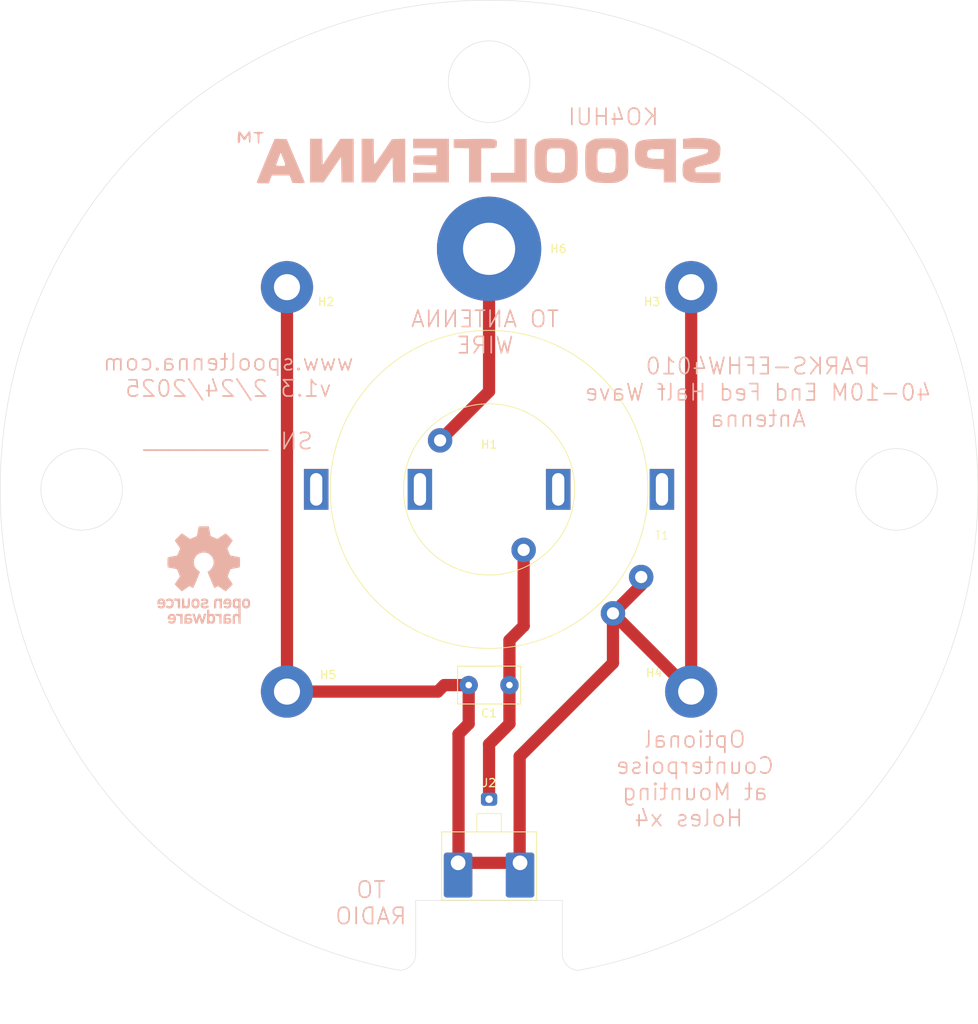
<source format=kicad_pcb>
(kicad_pcb (version 20240108) (generator "pcbnew") (generator_version "8.0")
  (layers (0 "F.Cu" signal) (31 "B.Cu" signal) (34 "B.Paste" user) (35 "F.Paste" user) (36 "B.SilkS" user "B.Silkscreen") (37 "F.SilkS" user "F.Silkscreen") (38 "B.Mask" user) (39 "F.Mask" user) (44 "Edge.Cuts" user))
  (net 0 "")
  (net 1 "GND")
  (net 2 "Net-(T1-SB)")
  (net 3 "Net-(J2-In)")
  (footprint "footprints:TOROID_140_AUTO_OPT" (layer "F.Cu") (at 100 100 45)
    (property "Reference" "T1" (at 11 19 0) (layer "F.SilkS") (effects (font (thickness 0.1))))
    (property "Value" "Transformer_1P_1S")
    (pad "" np_thru_hole rect (at -15 -15 90) (size 5 3) (drill oval 4 1.5) (layers "F&B.Cu"))
    (pad "" np_thru_hole rect (at -6 -6 90) (size 5 3) (drill oval 4 1.5) (layers "F&B.Cu"))
    (pad "" np_thru_hole rect (at 6 6 90) (size 5 3) (drill oval 4 1.5) (layers "F&B.Cu"))
    (pad "" np_thru_hole rect (at 15 15 90) (size 5 3) (drill oval 4 1.5) (layers "F&B.Cu"))
    (pad "1" thru_hole circle (at -2.25 8.25 45) (size 3 3) (drill 1.5) (layers "*.Cu" "*.Mask") (net 3 "Net-(J2-In)"))
    (pad "2" thru_hole circle (at 0 21.5 45) (size 3 3) (drill 1.5) (layers "*.Cu" "*.Mask") (net 1 "GND"))
    (pad "3" thru_hole circle (at 5.6 20.8 45) (size 3 3) (drill 1.5) (layers "*.Cu" "*.Mask") (net 1 "GND"))
    (pad "4" thru_hole circle (at 0 -8.500001 45) (size 3 3) (drill 1.5) (layers "*.Cu" "*.Mask") (net 2 "Net-(T1-SB)"))
  )
  (footprint "MountingHole:MountingHole_6.4mm_M6_Pad_TopBottom" (layer "F.Cu") (at 100 70.5)
    (property "Reference" "H6" (at 8.5 0 0) (layer "F.SilkS"))
    (property "Value" "MountingHole_Pad")
    (pad "1" thru_hole circle (at 0 0) (size 6.8 6.8) (drill 6.4) (layers "*.Cu" "*.Mask") (net 2 "Net-(T1-SB)"))
    (pad "1" connect circle (at 0 0) (size 12.8 12.8) (layers "F.Cu" "F.Mask") (net 2 "Net-(T1-SB)"))
    (pad "1" connect circle (at 0 0) (size 12.8 12.8) (layers "B.Cu" "B.Mask") (net 2 "Net-(T1-SB)"))
  )
  (footprint "MountingHole:MountingHole_3.2mm_M3_Pad_TopBottom" (layer "F.Cu") (at 124.8 75.2)
    (property "Reference" "H3" (at -4.8 1.8 0) (layer "F.SilkS"))
    (property "Value" "MountingHole_Pad")
    (pad "1" thru_hole circle (at 0 0) (size 3.6 3.6) (drill 3.2) (layers "*.Cu" "*.Mask") (net 1 "GND"))
    (pad "1" connect circle (at 0 0) (size 6.4 6.4) (layers "F.Cu" "F.Mask") (net 1 "GND"))
    (pad "1" connect circle (at 0 0) (size 6.4 6.4) (layers "B.Cu" "B.Mask") (net 1 "GND"))
  )
  (footprint "footprints:C_Disc_D7.5mm_W4.4mm_P5.00mm_OPT" (layer "F.Cu") (at 102.5 124 180)
    (property "Reference" "C1" (at 2.5 -3.45 180) (layer "F.SilkS"))
    (property "Value" "100pF, 1kV")
    (pad "1" thru_hole circle (at 0 0 180) (size 2.25 2.25) (drill 0.8) (layers "*.Cu" "*.Mask") (net 3 "Net-(J2-In)"))
    (pad "2" thru_hole circle (at 5 0 180) (size 2.25 2.25) (drill 0.8) (layers "*.Cu" "*.Mask") (net 1 "GND"))
  )
  (footprint "MountingHole:MountingHole_8.4mm_M8" (layer "F.Cu") (at 100 100)
    (property "Reference" "H1" (at 0 -5.5 0) (layer "F.SilkS"))
    (property "Value" "MountingHole" (hide yes))
    (pad "" np_thru_hole circle (at 0 0) (size 8.4 8.4) (drill 8.4) (layers "*.Cu" "*.Mask"))
  )
  (footprint "MountingHole:MountingHole_3.2mm_M3_Pad_TopBottom" (layer "F.Cu") (at 75.2 124.8)
    (property "Reference" "H5" (at 5.05 -2.05 0) (layer "F.SilkS"))
    (property "Value" "MountingHole_Pad")
    (pad "1" thru_hole circle (at 0 0) (size 3.6 3.6) (drill 3.2) (layers "*.Cu" "*.Mask") (net 1 "GND"))
    (pad "1" connect circle (at 0 0) (size 6.4 6.4) (layers "F.Cu" "F.Mask") (net 1 "GND"))
    (pad "1" connect circle (at 0 0) (size 6.4 6.4) (layers "B.Cu" "B.Mask") (net 1 "GND"))
  )
  (footprint "MountingHole:MountingHole_3.2mm_M3_Pad_TopBottom" (layer "F.Cu") (at 124.8 124.8)
    (property "Reference" "H4" (at -4.55 -2.3 0) (layer "F.SilkS"))
    (property "Value" "MountingHole_Pad")
    (pad "1" thru_hole circle (at 0 0) (size 3.6 3.6) (drill 3.2) (layers "*.Cu" "*.Mask") (net 1 "GND"))
    (pad "1" connect circle (at 0 0) (size 6.4 6.4) (layers "F.Cu" "F.Mask") (net 1 "GND"))
    (pad "1" connect circle (at 0 0) (size 6.4 6.4) (layers "B.Cu" "B.Mask") (net 1 "GND"))
  )
  (footprint "MountingHole:MountingHole_3.2mm_M3_Pad_TopBottom" (layer "F.Cu") (at 75.2 75.2)
    (property "Reference" "H2" (at 4.8 1.8 0) (layer "F.SilkS"))
    (property "Value" "MountingHole_Pad")
    (pad "1" thru_hole circle (at 0 0) (size 3.6 3.6) (drill 3.2) (layers "*.Cu" "*.Mask") (net 1 "GND"))
    (pad "1" connect circle (at 0 0) (size 6.4 6.4) (layers "F.Cu" "F.Mask") (net 1 "GND"))
    (pad "1" connect circle (at 0 0) (size 6.4 6.4) (layers "B.Cu" "B.Mask") (net 1 "GND"))
  )
  (footprint "footprints:BNC_MOLEX_73100_PIPE" (layer "F.Cu") (at 100 138 180)
    (property "Reference" "J2" (at 0 2 180) (layer "F.SilkS"))
    (property "Value" "Conn_Coaxial")
    (pad "1" thru_hole roundrect (at 0 0 180) (size 2 1.6) (drill 0.92) (layers "*.Cu" "*.Mask") (net 3 "Net-(J2-In)"))
    (pad "2" thru_hole roundrect (at -3.8 -7.8 180) (size 3.5 5.5) (drill 1.8 (offset 0 -1.5)) (layers "*.Cu" "*.Mask") (roundrect_rratio 0.1) (net 1 "GND"))
    (pad "2" thru_hole roundrect (at 3.8 -7.8 180) (size 3.5 5.5) (drill 1.8 (offset 0 -1.5)) (layers "*.Cu" "*.Mask") (roundrect_rratio 0.1) (net 1 "GND"))
  )
  (footprint "Symbol:OSHW-Logo_11.4x12mm_SilkScreen" (layer "B.Cu") (at 65 110.5 180)
    (property "Reference" "REF**" (hide yes))
    (property "Value" "OSHW-Logo_11.4x12mm_SilkScreen" (hide yes))
  )
  (footprint "footprints:SPOOLTENNA_LOGO_XLARGE" (layer "B.Cu") (at 100 60 180)
    (property "Reference" "G***" (hide yes))
    (property "Value" "LOGO" (hide yes))
  )
  (gr_arc (start 111 158.975) (mid 109.585786 158.389214) (end 109 156.975) (stroke (width 0.05)) (layer "Edge.Cuts"))
  (gr_line (start 109 150.4) (end 109 156.975) (stroke (width 0.05)) (layer "Edge.Cuts"))
  (gr_circle (center 50 100) (end 55 100) (stroke (width 0.05)) (fill none) (layer "Edge.Cuts"))
  (gr_circle (center 150 100) (end 155 100) (stroke (width 0.05)) (fill none) (layer "Edge.Cuts"))
  (gr_circle (center 100 50) (end 105 50) (stroke (width 0.05)) (fill none) (layer "Edge.Cuts"))
  (gr_arc (start 89 158.974999) (mid 99.999974 40.007913) (end 110.999999 158.974995) (stroke (width 0.05)) (layer "Edge.Cuts"))
  (gr_line (start 109 150.4) (end 91 150.4) (stroke (width 0.05)) (layer "Edge.Cuts"))
  (gr_line (start 91 150.4) (end 91 156.975) (stroke (width 0.05)) (layer "Edge.Cuts"))
  (gr_arc (start 91 156.975) (mid 90.414214 158.389214) (end 89 158.975) (stroke (width 0.05)) (layer "Edge.Cuts"))
  (gr_text "TO ANTENNA\nWIRE" (at 99.5 83.5 0) (layer "B.SilkS") (effects (font (size 2 2) (thickness 0.2)) (justify bottom mirror)))
  (gr_text "TO\nRADIO" (at 85.5 153.5 0) (layer "B.SilkS") (effects (font (size 2 2) (thickness 0.2)) (justify bottom mirror)))
  (gr_text "KO4HUI" (at 115.25 55.5 0) (layer "B.SilkS") (effects (font (size 2 2) (thickness 0.2)) (justify bottom mirror)))
  (gr_text "www.spooltenna.com\nv1.3 2/24/2025\n\nSN __________" (at 68 95.25 0) (layer "B.SilkS") (effects (font (size 2 2) (thickness 0.2)) (justify bottom mirror)))
  (gr_text "Optional \nCounterpoise \nat Mounting \nHoles x4" (at 124.5 141.5 0) (layer "B.SilkS") (effects (font (size 2 2) (thickness 0.2)) (justify bottom mirror)))
  (gr_text "PARKS-EFHW4010\n40-10M End Fed Half Wave\nAntenna" (at 133 92.5 0) (layer "B.SilkS") (effects (font (size 2 2) (thickness 0.2)) (justify bottom mirror)))
  (segment (start 115.202796 121.297204) (end 103.75 132.75) (width 1.5) (layer "F.Cu") (net 1))
  (segment (start 118.667619 111.737973) (end 118.667619 110.748023) (width 0.2) (layer "F.Cu") (net 1))
  (segment (start 124.8 124.8) (end 115.202796 115.202796) (width 1.5) (layer "F.Cu") (net 1))
  (segment (start 93.7 124.8) (end 94.5 124) (width 1.5) (layer "F.Cu") (net 1))
  (segment (start 97.5 128.75) (end 96.25 130) (width 1.5) (layer "F.Cu") (net 1))
  (segment (start 75.2 124.8) (end 93.7 124.8) (width 1.5) (layer "F.Cu") (net 1))
  (segment (start 97.5 124) (end 97.5 128.75) (width 1.5) (layer "F.Cu") (net 1))
  (segment (start 115.202796 115.202796) (end 118.667619 111.737973) (width 1.5) (layer "F.Cu") (net 1))
  (segment (start 115.202796 115.202796) (end 115.202796 121.297204) (width 1.5) (layer "F.Cu") (net 1))
  (segment (start 118.667619 110.748024) (end 118.667619 111.737973) (width 1.5) (layer "F.Cu") (net 1))
  (segment (start 96.25 130) (end 96.25 145.75) (width 1.5) (layer "F.Cu") (net 1))
  (segment (start 103.75 145.75) (end 103.8 145.8) (width 1.5) (layer "F.Cu") (net 1))
  (segment (start 94.5 124) (end 97.5 124) (width 1.5) (layer "F.Cu") (net 1))
  (segment (start 75.2 75.2) (end 75.2 124.8) (width 1.5) (layer "F.Cu") (net 1))
  (segment (start 96.25 145.75) (end 96.2 145.8) (width 0.2) (layer "F.Cu") (net 1))
  (segment (start 103.8 145.8) (end 96.2 145.8) (width 1.5) (layer "F.Cu") (net 1))
  (segment (start 124.8 75.2) (end 124.8 124.8) (width 1.5) (layer "F.Cu") (net 1))
  (segment (start 103.75 132.75) (end 103.75 145.75) (width 1.5) (layer "F.Cu") (net 1))
  (segment (start 100 73) (end 100 87.979184) (width 1.5) (layer "F.Cu") (net 2))
  (segment (start 100 87.979184) (end 93.989592 93.989592) (width 1.5) (layer "F.Cu") (net 2))
  (segment (start 102.5 124) (end 102.5 118.5) (width 1.5) (layer "F.Cu") (net 3))
  (segment (start 104.25 116.75) (end 104.242641 116.742641) (width 1.5) (layer "F.Cu") (net 3))
  (segment (start 102.5 118.5) (end 104.25 116.75) (width 1.5) (layer "F.Cu") (net 3))
  (segment (start 104.242641 116.742641) (end 104.242641 107.424621) (width 1.5) (layer "F.Cu") (net 3))
  (segment (start 102.5 128.75) (end 100 131.25) (width 1.5) (layer "F.Cu") (net 3))
  (segment (start 102.5 124) (end 102.5 128.75) (width 1.5) (layer "F.Cu") (net 3))
  (segment (start 100 131.25) (end 100 138) (width 1.5) (layer "F.Cu") (net 3))
)
</source>
